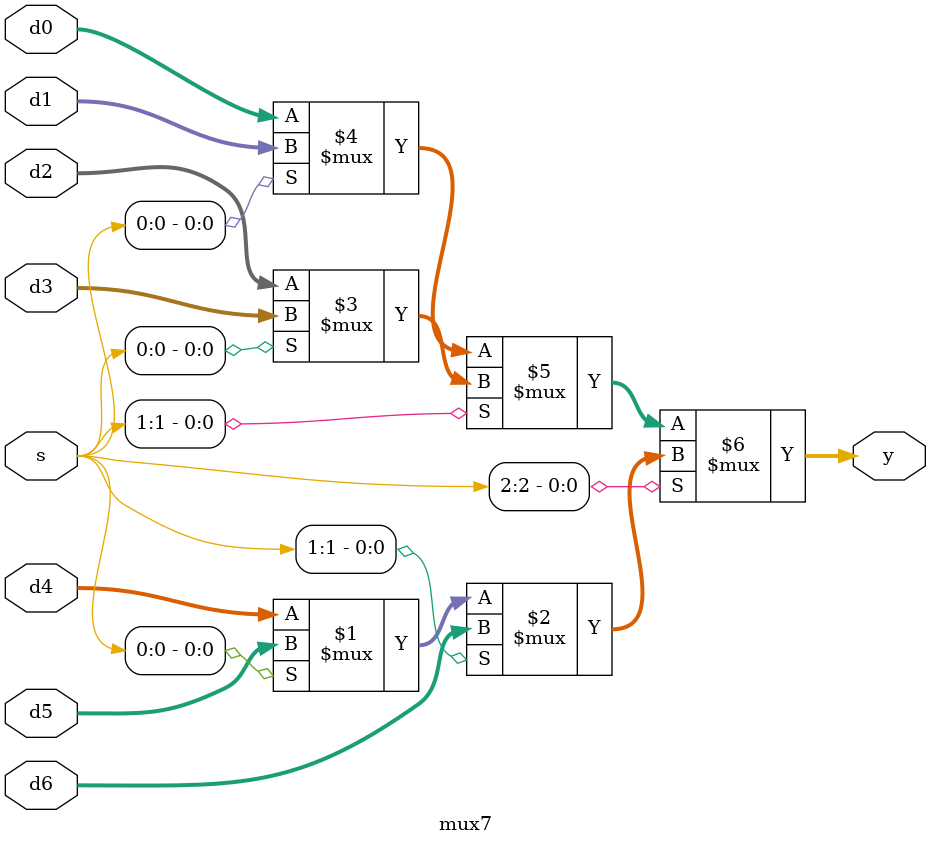
<source format=sv>

/* verilator lint_off DECLFILENAME */

module mux2 #(parameter WIDTH = 8) (
  output logic [WIDTH-1:0] y,
  input  logic [WIDTH-1:0] d0, d1, 
  input  logic             s);

  assign y = s ? d1 : d0; 
endmodule

module mux3 #(parameter WIDTH = 8) (
  input  logic [WIDTH-1:0] d0, d1, d2,
  input  logic [1:0]       s, 
  output logic [WIDTH-1:0] y);

  assign y = s[1] ? d2 : (s[0] ? d1 : d0); // exclusion-tag: mux3
endmodule

module mux4 #(parameter WIDTH = 8) (
  input  logic [WIDTH-1:0] d0, d1, d2, d3,
  input  logic [1:0]       s, 
  output logic [WIDTH-1:0] y);

  assign y = s[1] ? (s[0] ? d3 : d2) : (s[0] ? d1 : d0); 
endmodule

module mux5 #(parameter WIDTH = 8) (
  input  logic [WIDTH-1:0] d0, d1, d2, d3, d4,
  input  logic [2:0]       s, 
  output logic [WIDTH-1:0] y);

  assign y = s[2] ? d4 : (s[1] ? (s[0] ? d3 : d2) : (s[0] ? d1 : d0)); 
endmodule

module mux6 #(parameter WIDTH = 8) (
  input  logic [WIDTH-1:0] d0, d1, d2, d3, d4, d5,
  input  logic [2:0]       s, 
  output logic [WIDTH-1:0] y);

  assign y = s[2] ? (s[0] ? d5 : d4) : (s[1] ? (s[0] ? d3 : d2) : (s[0] ? d1 : d0)); 
endmodule // mux6

module mux7 #(parameter WIDTH = 8) (
  input  logic [WIDTH-1:0] d0, d1, d2, d3, d4, d5, d6,
  input  logic [2:0]       s,
  output logic [WIDTH-1:0] y);

  assign y = s[2] ? (s[1] ? d6 : (s[0] ? d5 : d4)) : (s[1] ? (s[0] ? d3 : d2) : (s[0] ? d1 : d0));

endmodule

/* verilator lint_on DECLFILENAME */

</source>
